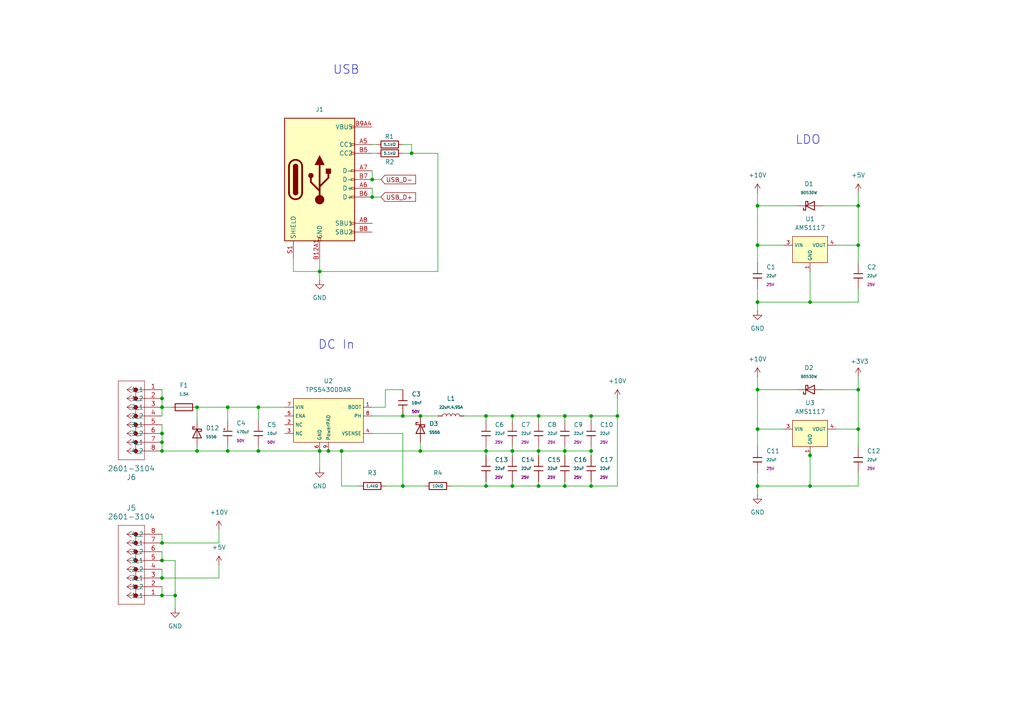
<source format=kicad_sch>
(kicad_sch (version 20231120) (generator "eeschema") (generator_version "8.0")
  (paper "A4")
  (lib_symbols
    (symbol "GND_1" (power) (pin_numbers hide) (pin_names (offset 0) hide)
      (property "Value" "GND" (at 0 -3.81 0))
      (symbol "GND_1_1_1"
        (pin power_in line (at 0 0 270) (length 0) (name "~") (number "1"))
      )
    )
    (symbol "JLCPCB-Capacitors:0805,10nF" (pin_numbers hide) (pin_names (offset 0))
      (property "Reference" "C" (at 2.032 1.668 0))
      (property "Value" "10nF" (at 2.032 -0.3782 0))
      (property "Voltage Rated" "50V" (at 2.032 -2.0462 0))
      (symbol "0805,10nF_1_1"
        (pin passive line (at 0 3.81 270) (length 3.175) (name "~") (number "1"))
        (pin passive line (at 0 -3.81 90) (length 3.175) (name "~") (number "2"))
      )
    )
    (symbol "JLCPCB-Capacitors:0805,10uF,(2)" (pin_numbers hide) (pin_names (offset 0))
      (property "Reference" "C" (at 2.032 1.668 0))
      (property "Value" "10uF" (at 2.032 -0.3782 0))
      (property "Voltage Rated" "50V" (at 2.032 -2.0462 0))
      (symbol "0805,10uF,(2)_1_1"
        (pin passive line (at 0 3.81 270) (length 3.175) (name "~") (number "1"))
        (pin passive line (at 0 -3.81 90) (length 3.175) (name "~") (number "2"))
      )
    )
    (symbol "JLCPCB-Capacitors:0805,22uF" (pin_numbers hide) (pin_names (offset 0))
      (property "Reference" "C" (at 2.032 1.668 0))
      (property "Value" "22uF" (at 2.032 -0.3782 0))
      (property "Voltage Rated" "25V" (at 2.032 -2.0462 0))
      (symbol "0805,22uF_1_1"
        (pin passive line (at 0 3.81 270) (length 3.175) (name "~") (number "1"))
        (pin passive line (at 0 -3.81 90) (length 3.175) (name "~") (number "2"))
      )
    )
    (symbol "JLCPCB-Capacitors:1206,22uF,(2)" (pin_numbers hide) (pin_names (offset 0))
      (property "Reference" "C" (at 2.032 1.668 0))
      (property "Value" "22uF" (at 2.032 -0.3782 0))
      (property "Voltage Rated" "25V" (at 2.032 -2.0462 0))
      (symbol "1206,22uF,(2)_1_1"
        (pin passive line (at 0 3.81 270) (length 3.175) (name "~") (number "1"))
        (pin passive line (at 0 -3.81 90) (length 3.175) (name "~") (number "2"))
      )
    )
    (symbol "JLCPCB-Capacitors:Plugin,D10xL16mm,470uF" (pin_numbers hide) (pin_names (offset 0))
      (property "Reference" "C" (at 2.032 1.668 0))
      (property "Value" "470uF" (at 2.032 -0.3782 0))
      (property "Voltage Rated" "50V" (at 2.032 -2.0462 0))
      (symbol "Plugin,D10xL16mm,470uF_1_1"
        (pin passive line (at 0 3.81 270) (length 3.175) (name "~") (number "1"))
        (pin passive line (at 0 -3.81 90) (length 3.175) (name "~") (number "2"))
      )
    )
    (symbol "JLCPCB-Diodes:Schottky,B0530W" (pin_numbers hide) (pin_names (offset 0))
      (property "Reference" "D" (at 2.032 0.834 0))
      (property "Value" "B0530W" (at 2.032 -1.2122 0))
      (symbol "Schottky,B0530W_1_1"
        (pin passive line (at 0 -3.81 90) (length 3.81) (name "~") (number "1"))
        (pin passive line (at 0 3.81 270) (length 3.81) (name "~") (number "2"))
      )
    )
    (symbol "JLCPCB-Diodes:Schottky,SS56" (pin_numbers hide) (pin_names (offset 0))
      (property "Reference" "D" (at 2.032 0.834 0))
      (property "Value" "SS56" (at 2.032 -1.2122 0))
      (symbol "Schottky,SS56_1_1"
        (pin passive line (at 0 -3.81 90) (length 3.81) (name "~") (number "1"))
        (pin passive line (at 0 3.81 270) (length 3.81) (name "~") (number "2"))
      )
    )
    (symbol "JLCPCB-Extended:Connector, USB-TYPE-C-16P"
      (property "Reference" "J" (at 2.54 2.54 0))
      (symbol "Connector, USB-TYPE-C-16P_1_1"
        (pin passive line (at 0 -22.86 90) (length 5.08) hide (name "GND") (number "A12B1"))
        (pin bidirectional line (at 15.24 10.16 180) (length 5.08) (name "CC1") (number "A5"))
        (pin bidirectional line (at 15.24 -2.54 180) (length 5.08) (name "D+") (number "A6"))
        (pin bidirectional line (at 15.24 2.54 180) (length 5.08) (name "D-") (number "A7"))
        (pin bidirectional line (at 15.24 -12.7 180) (length 5.08) (name "SBU1") (number "A8"))
        (pin passive line (at 15.24 15.24 180) (length 5.08) hide (name "VBUS") (number "A9B4"))
        (pin passive line (at 0 -22.86 90) (length 5.08) (name "GND") (number "B12A1"))
        (pin bidirectional line (at 15.24 7.62 180) (length 5.08) (name "CC2") (number "B5"))
        (pin bidirectional line (at 15.24 -5.08 180) (length 5.08) (name "D+") (number "B6"))
        (pin bidirectional line (at 15.24 0 180) (length 5.08) (name "D-") (number "B7"))
        (pin bidirectional line (at 15.24 -15.24 180) (length 5.08) (name "SBU2") (number "B8"))
        (pin passive line (at 15.24 15.24 180) (length 5.08) (name "VBUS") (number "B9A4"))
        (pin passive line (at -7.62 -22.86 90) (length 5.08) (name "SHIELD") (number "S1"))
      )
    )
    (symbol "JLCPCB-Inductors:22uH,4.95A" (pin_numbers hide) (pin_names (offset 0))
      (property "Reference" "L" (at 1.2673 0.834 0))
      (property "Value" "22uH,4.95A" (at 1.2673 -1.2122 0))
      (symbol "22uH,4.95A_1_1"
        (pin passive line (at 0 3.81 270) (length 1.27) (name "~") (number "1"))
        (pin passive line (at 0 -3.81 90) (length 1.27) (name "~") (number "2"))
      )
    )
    (symbol "JLCPCB-Power:DC-DC, Buck, 6-36VIN, 3A, 1.2+VOUT"
      (property "Reference" "U" (at -0.254 6.35 0))
      (property "Value" "TPS5430DDAR" (at 0.508 4.318 0))
      (symbol "DC-DC, Buck, 6-36VIN, 3A, 1.2+VOUT_1_1"
        (pin unspecified line (at 12.7 5.08 180) (length 2.56) (name "BOOT") (number "1"))
        (pin unspecified line (at -12.7 0 0) (length 2.56) (name "NC") (number "2"))
        (pin unspecified line (at -12.7 -2.54 0) (length 2.56) (name "NC") (number "3"))
        (pin unspecified line (at 12.7 -2.54 180) (length 2.56) (name "VSENSE") (number "4"))
        (pin unspecified line (at -12.7 2.54 0) (length 2.56) (name "ENA") (number "5"))
        (pin unspecified line (at -2.54 -7.62 90) (length 2.56) (name "GND") (number "6"))
        (pin unspecified line (at -12.7 5.08 0) (length 2.56) (name "VIN") (number "7"))
        (pin unspecified line (at 12.7 2.54 180) (length 2.56) (name "PH") (number "8"))
        (pin unspecified line (at 0 -7.62 90) (length 2.56) (name "PowerPAD") (number "9"))
      )
    )
    (symbol "JLCPCB-Power:LDO, 3.3V, 1A"
      (property "Reference" "U" (at -0.508 2.794 0))
      (property "Value" "AMS1117" (at -0.254 6.35 0))
      (symbol "LDO, 3.3V, 1A_0_1"
        (pin unspecified line (at 0 -5.08 90) (length 2.54) (name "GND") (number "1"))
        (pin unspecified line (at -7.62 2.54 0) (length 2.54) (name "VIN") (number "3"))
        (pin unspecified line (at 7.62 2.54 180) (length 2.54) (name "VOUT") (number "4"))
      )
      (symbol "LDO, 3.3V, 1A_1_1"
        (pin unspecified line (at 7.62 2.54 180) (length 2.54) hide (name "VOUT") (number "2"))
      )
    )
    (symbol "JLCPCB-Power:LDO, 5V, 1A"
      (property "Reference" "U" (at -0.508 3.048 0))
      (property "Value" "AMS1117" (at 0 6.35 0))
      (symbol "LDO, 5V, 1A_0_1"
        (pin unspecified line (at 0 -5.08 90) (length 2.54) (name "GND") (number "1"))
        (pin unspecified line (at -7.62 2.54 0) (length 2.54) (name "VIN") (number "3"))
        (pin unspecified line (at 7.62 2.54 180) (length 2.54) (name "VOUT") (number "4"))
      )
      (symbol "LDO, 5V, 1A_1_1"
        (pin unspecified line (at 7.62 2.54 180) (length 2.54) hide (name "VOUT") (number "2"))
      )
    )
    (symbol "JLCPCB-Resistors:0805,1.4kΩ" (pin_numbers hide) (pin_names (offset 0))
      (property "Reference" "R" (at 1.778 0 0))
      (property "Value" "1.4kΩ" (at 0 0 90))
      (symbol "0805,1.4kΩ_1_1"
        (pin passive line (at 0 3.81 270) (length 1.27) (name "~") (number "1"))
        (pin passive line (at 0 -3.81 90) (length 1.27) (name "~") (number "2"))
      )
    )
    (symbol "JLCPCB-Resistors:0805,10kΩ" (pin_numbers hide) (pin_names (offset 0))
      (property "Reference" "R" (at 1.778 0 0))
      (property "Value" "10kΩ" (at 0 0 90))
      (symbol "0805,10kΩ_1_1"
        (pin passive line (at 0 3.81 270) (length 1.27) (name "~") (number "1"))
        (pin passive line (at 0 -3.81 90) (length 1.27) (name "~") (number "2"))
      )
    )
    (symbol "JLCPCB-Resistors:0805,5.1kΩ" (pin_numbers hide) (pin_names (offset 0))
      (property "Reference" "R" (at 1.778 0 0))
      (property "Value" "5.1kΩ" (at 0 0 90))
      (symbol "0805,5.1kΩ_1_1"
        (pin passive line (at 0 3.81 270) (length 1.27) (name "~") (number "1"))
        (pin passive line (at 0 -3.81 90) (length 1.27) (name "~") (number "2"))
      )
    )
    (symbol "JLCPCB-Variable-Resistors:Fuse,Resettable,1.5A" (pin_numbers hide) (pin_names (offset 0))
      (property "Reference" "F" (at 1.778 0.834 0))
      (property "Value" "1.5A" (at 1.778 -1.2122 0))
      (symbol "Fuse,Resettable,1.5A_1_1"
        (pin passive line (at 0 3.81 270) (length 3.81) (name "~") (number "1"))
        (pin passive line (at 0 -3.81 90) (length 3.81) (name "~") (number "2"))
      )
    )
    (symbol "Wago 2601-3104:2601-3104" (pin_names (offset 0.254))
      (property "Reference" "J" (at 8.89 6.35 0))
      (property "Value" "2601-3104" (at 0 0 0))
      (symbol "2601-3104_1_1"
        (pin unspecified line (at 0 0 0) (length 5.08) (name "1_1") (number "1"))
        (pin unspecified line (at 0 -2.54 0) (length 5.08) (name "1_2") (number "2"))
        (pin unspecified line (at 0 -5.08 0) (length 5.08) (name "2_1") (number "3"))
        (pin unspecified line (at 0 -7.62 0) (length 5.08) (name "2_2") (number "4"))
        (pin unspecified line (at 0 -10.16 0) (length 5.08) (name "3_1") (number "5"))
        (pin unspecified line (at 0 -12.7 0) (length 5.08) (name "3_2") (number "6"))
        (pin unspecified line (at 0 -15.24 0) (length 5.08) (name "4_1") (number "7"))
        (pin unspecified line (at 0 -17.78 0) (length 5.08) (name "4_2") (number "8"))
      )
      (symbol "2601-3104_1_2"
        (pin unspecified line (at 0 0 0) (length 5.08) (name "1_1") (number "1"))
        (pin unspecified line (at 0 -2.54 0) (length 5.08) (name "1_2") (number "2"))
        (pin unspecified line (at 0 -5.08 0) (length 5.08) (name "2_1") (number "3"))
        (pin unspecified line (at 0 -7.62 0) (length 5.08) (name "2_2") (number "4"))
        (pin unspecified line (at 0 -10.16 0) (length 5.08) (name "3_1") (number "5"))
        (pin unspecified line (at 0 -12.7 0) (length 5.08) (name "3_2") (number "6"))
        (pin unspecified line (at 0 -15.24 0) (length 5.08) (name "4_1") (number "7"))
        (pin unspecified line (at 0 -17.78 0) (length 5.08) (name "4_2") (number "8"))
      )
    )
    (symbol "power:+10V" (power) (pin_numbers hide) (pin_names (offset 0) hide)
      (property "Value" "+10V" (at 0 3.556 0))
      (symbol "+10V_1_1"
        (pin power_in line (at 0 0 90) (length 0) (name "~") (number "1"))
      )
    )
    (symbol "power:+3V3" (power) (pin_names (offset 0))
      (property "Value" "+3V3" (at 0 3.556 0))
      (symbol "+3V3_1_1"
        (pin power_in line (at 0 0 90) (length 0) hide (name "+3V3") (number "1"))
      )
    )
    (symbol "power:+5V" (power) (pin_numbers hide) (pin_names (offset 0) hide)
      (property "Value" "+5V" (at 0 3.556 0))
      (symbol "+5V_1_1"
        (pin power_in line (at 0 0 90) (length 0) (name "~") (number "1"))
      )
    )
  )
  (junction (at 99.06 130.81))
  (junction (at 74.93 130.81))
  (junction (at 46.99 162.56))
  (junction (at 107.95 57.15))
  (junction (at 46.99 130.81))
  (junction (at 57.15 118.11))
  (junction (at 46.99 128.27))
  (junction (at 46.99 125.73))
  (junction (at 148.59 140.97))
  (junction (at 66.04 118.11))
  (junction (at 248.92 59.69))
  (junction (at 156.21 120.65))
  (junction (at 179.07 120.65))
  (junction (at 234.95 87.63))
  (junction (at 248.92 71.12))
  (junction (at 248.92 113.03))
  (junction (at 116.84 140.97))
  (junction (at 74.93 118.11))
  (junction (at 140.97 130.81))
  (junction (at 140.97 120.65))
  (junction (at 234.95 140.97))
  (junction (at 116.84 120.65))
  (junction (at 95.25 130.81))
  (junction (at 219.71 140.97))
  (junction (at 46.99 172.72))
  (junction (at 46.99 118.11))
  (junction (at 219.71 71.12))
  (junction (at 219.71 124.46))
  (junction (at 92.71 78.74))
  (junction (at 171.45 120.65))
  (junction (at 148.59 130.81))
  (junction (at 46.99 157.48))
  (junction (at 248.92 124.46))
  (junction (at 234.95 132.08))
  (junction (at 163.83 130.81))
  (junction (at 66.04 130.81))
  (junction (at 121.92 130.81))
  (junction (at 50.8 172.72))
  (junction (at 219.71 59.69))
  (junction (at 156.21 140.97))
  (junction (at 219.71 87.63))
  (junction (at 92.71 130.81))
  (junction (at 171.45 140.97))
  (junction (at 156.21 130.81))
  (junction (at 119.38 44.45))
  (junction (at 163.83 140.97))
  (junction (at 46.99 115.57))
  (junction (at 107.95 52.07))
  (junction (at 121.92 120.65))
  (junction (at 46.99 167.64))
  (junction (at 219.71 113.03))
  (junction (at 163.83 120.65))
  (junction (at 140.97 140.97))
  (junction (at 57.15 130.81))
  (junction (at 171.45 130.81))
  (junction (at 148.59 120.65))
  (wire (pts (xy 248.92 76.2) (xy 248.92 71.12)))
  (wire (pts (xy 171.45 121.92) (xy 171.45 120.65)))
  (wire (pts (xy 121.92 128.27) (xy 121.92 130.81)))
  (wire (pts (xy 107.95 120.65) (xy 116.84 120.65)))
  (wire (pts (xy 119.38 41.91) (xy 119.38 44.45)))
  (wire (pts (xy 234.95 78.74) (xy 234.95 87.63)))
  (wire (pts (xy 121.92 120.65) (xy 116.84 120.65)))
  (wire (pts (xy 248.92 124.46) (xy 248.92 113.03)))
  (wire (pts (xy 107.95 125.73) (xy 116.84 125.73)))
  (wire (pts (xy 234.95 87.63) (xy 248.92 87.63)))
  (wire (pts (xy 156.21 130.81) (xy 156.21 132.08)))
  (wire (pts (xy 107.95 44.45) (xy 109.22 44.45)))
  (wire (pts (xy 140.97 130.81) (xy 148.59 130.81)))
  (wire (pts (xy 163.83 121.92) (xy 163.83 120.65)))
  (wire (pts (xy 219.71 55.88) (xy 219.71 59.69)))
  (wire (pts (xy 140.97 130.81) (xy 140.97 132.08)))
  (wire (pts (xy 63.5 153.67) (xy 63.5 157.48)))
  (wire (pts (xy 248.92 87.63) (xy 248.92 83.82)))
  (wire (pts (xy 57.15 118.11) (xy 66.04 118.11)))
  (wire (pts (xy 74.93 130.81) (xy 92.71 130.81)))
  (wire (pts (xy 163.83 140.97) (xy 171.45 140.97)))
  (wire (pts (xy 46.99 172.72) (xy 50.8 172.72)))
  (wire (pts (xy 171.45 130.81) (xy 171.45 129.54)))
  (wire (pts (xy 156.21 140.97) (xy 156.21 139.7)))
  (wire (pts (xy 85.09 78.74) (xy 92.71 78.74)))
  (wire (pts (xy 57.15 130.81) (xy 66.04 130.81)))
  (wire (pts (xy 95.25 130.81) (xy 99.06 130.81)))
  (wire (pts (xy 248.92 55.88) (xy 248.92 59.69)))
  (wire (pts (xy 107.95 41.91) (xy 109.22 41.91)))
  (wire (pts (xy 234.95 132.08) (xy 234.95 140.97)))
  (wire (pts (xy 121.92 130.81) (xy 140.97 130.81)))
  (wire (pts (xy 46.99 160.02) (xy 46.99 162.56)))
  (wire (pts (xy 46.99 157.48) (xy 63.5 157.48)))
  (wire (pts (xy 248.92 59.69) (xy 248.92 71.12)))
  (wire (pts (xy 46.99 128.27) (xy 46.99 130.81)))
  (wire (pts (xy 219.71 87.63) (xy 219.71 90.17)))
  (wire (pts (xy 116.84 125.73) (xy 116.84 140.97)))
  (wire (pts (xy 92.71 74.93) (xy 92.71 78.74)))
  (wire (pts (xy 111.76 140.97) (xy 116.84 140.97)))
  (wire (pts (xy 148.59 120.65) (xy 156.21 120.65)))
  (wire (pts (xy 179.07 115.57) (xy 179.07 120.65)))
  (wire (pts (xy 85.09 74.93) (xy 85.09 78.74)))
  (wire (pts (xy 74.93 118.11) (xy 74.93 121.92)))
  (wire (pts (xy 107.95 52.07) (xy 110.49 52.07)))
  (wire (pts (xy 219.71 113.03) (xy 219.71 124.46)))
  (wire (pts (xy 248.92 71.12) (xy 242.57 71.12)))
  (wire (pts (xy 127 44.45) (xy 119.38 44.45)))
  (wire (pts (xy 46.99 162.56) (xy 50.8 162.56)))
  (wire (pts (xy 148.59 130.81) (xy 148.59 129.54)))
  (wire (pts (xy 92.71 130.81) (xy 92.71 135.89)))
  (wire (pts (xy 111.76 113.03) (xy 111.76 118.11)))
  (wire (pts (xy 140.97 121.92) (xy 140.97 120.65)))
  (wire (pts (xy 74.93 118.11) (xy 66.04 118.11)))
  (wire (pts (xy 148.59 140.97) (xy 156.21 140.97)))
  (wire (pts (xy 148.59 130.81) (xy 156.21 130.81)))
  (wire (pts (xy 179.07 120.65) (xy 179.07 140.97)))
  (wire (pts (xy 50.8 162.56) (xy 50.8 172.72)))
  (wire (pts (xy 46.99 115.57) (xy 46.99 118.11)))
  (wire (pts (xy 46.99 170.18) (xy 46.99 172.72)))
  (wire (pts (xy 99.06 140.97) (xy 99.06 130.81)))
  (wire (pts (xy 227.33 124.46) (xy 219.71 124.46)))
  (wire (pts (xy 107.95 57.15) (xy 110.49 57.15)))
  (wire (pts (xy 219.71 71.12) (xy 219.71 76.2)))
  (wire (pts (xy 46.99 113.03) (xy 46.99 115.57)))
  (wire (pts (xy 74.93 129.54) (xy 74.93 130.81)))
  (wire (pts (xy 219.71 129.54) (xy 219.71 124.46)))
  (wire (pts (xy 248.92 140.97) (xy 248.92 137.16)))
  (wire (pts (xy 238.76 113.03) (xy 248.92 113.03)))
  (wire (pts (xy 116.84 140.97) (xy 123.19 140.97)))
  (wire (pts (xy 219.71 140.97) (xy 234.95 140.97)))
  (wire (pts (xy 119.38 41.91) (xy 116.84 41.91)))
  (wire (pts (xy 46.99 123.19) (xy 46.99 125.73)))
  (wire (pts (xy 248.92 124.46) (xy 248.92 129.54)))
  (wire (pts (xy 134.62 120.65) (xy 140.97 120.65)))
  (wire (pts (xy 104.14 140.97) (xy 99.06 140.97)))
  (wire (pts (xy 156.21 121.92) (xy 156.21 120.65)))
  (wire (pts (xy 163.83 140.97) (xy 163.83 139.7)))
  (wire (pts (xy 92.71 78.74) (xy 127 78.74)))
  (wire (pts (xy 107.95 54.61) (xy 107.95 57.15)))
  (wire (pts (xy 156.21 130.81) (xy 163.83 130.81)))
  (wire (pts (xy 130.81 140.97) (xy 140.97 140.97)))
  (wire (pts (xy 57.15 129.54) (xy 57.15 130.81)))
  (wire (pts (xy 238.76 59.69) (xy 248.92 59.69)))
  (wire (pts (xy 140.97 120.65) (xy 148.59 120.65)))
  (wire (pts (xy 46.99 125.73) (xy 46.99 128.27)))
  (wire (pts (xy 219.71 140.97) (xy 219.71 143.51)))
  (wire (pts (xy 46.99 130.81) (xy 57.15 130.81)))
  (wire (pts (xy 179.07 140.97) (xy 171.45 140.97)))
  (wire (pts (xy 116.84 44.45) (xy 119.38 44.45)))
  (wire (pts (xy 234.95 130.81) (xy 234.95 132.08)))
  (wire (pts (xy 66.04 130.81) (xy 74.93 130.81)))
  (wire (pts (xy 66.04 129.54) (xy 66.04 130.81)))
  (wire (pts (xy 219.71 71.12) (xy 227.33 71.12)))
  (wire (pts (xy 46.99 167.64) (xy 63.5 167.64)))
  (wire (pts (xy 92.71 78.74) (xy 92.71 81.28)))
  (wire (pts (xy 127 78.74) (xy 127 44.45)))
  (wire (pts (xy 219.71 59.69) (xy 231.14 59.69)))
  (wire (pts (xy 171.45 120.65) (xy 163.83 120.65)))
  (wire (pts (xy 140.97 140.97) (xy 148.59 140.97)))
  (wire (pts (xy 57.15 118.11) (xy 57.15 121.92)))
  (wire (pts (xy 234.95 140.97) (xy 248.92 140.97)))
  (wire (pts (xy 219.71 109.22) (xy 219.71 113.03)))
  (wire (pts (xy 156.21 140.97) (xy 163.83 140.97)))
  (wire (pts (xy 46.99 165.1) (xy 46.99 167.64)))
  (wire (pts (xy 140.97 130.81) (xy 140.97 129.54)))
  (wire (pts (xy 46.99 118.11) (xy 49.53 118.11)))
  (wire (pts (xy 63.5 163.83) (xy 63.5 167.64)))
  (wire (pts (xy 46.99 118.11) (xy 46.99 120.65)))
  (wire (pts (xy 219.71 59.69) (xy 219.71 71.12)))
  (wire (pts (xy 148.59 121.92) (xy 148.59 120.65)))
  (wire (pts (xy 171.45 130.81) (xy 171.45 132.08)))
  (wire (pts (xy 148.59 130.81) (xy 148.59 132.08)))
  (wire (pts (xy 107.95 49.53) (xy 107.95 52.07)))
  (wire (pts (xy 219.71 87.63) (xy 234.95 87.63)))
  (wire (pts (xy 121.92 120.65) (xy 127 120.65)))
  (wire (pts (xy 92.71 130.81) (xy 95.25 130.81)))
  (wire (pts (xy 46.99 154.94) (xy 46.99 157.48)))
  (wire (pts (xy 156.21 120.65) (xy 163.83 120.65)))
  (wire (pts (xy 156.21 130.81) (xy 156.21 129.54)))
  (wire (pts (xy 171.45 140.97) (xy 171.45 139.7)))
  (wire (pts (xy 99.06 130.81) (xy 121.92 130.81)))
  (wire (pts (xy 242.57 124.46) (xy 248.92 124.46)))
  (wire (pts (xy 163.83 130.81) (xy 163.83 129.54)))
  (wire (pts (xy 219.71 137.16) (xy 219.71 140.97)))
  (wire (pts (xy 248.92 113.03) (xy 248.92 109.22)))
  (wire (pts (xy 50.8 172.72) (xy 50.8 176.53)))
  (wire (pts (xy 111.76 118.11) (xy 107.95 118.11)))
  (wire (pts (xy 179.07 120.65) (xy 171.45 120.65)))
  (wire (pts (xy 148.59 140.97) (xy 148.59 139.7)))
  (wire (pts (xy 219.71 113.03) (xy 231.14 113.03)))
  (wire (pts (xy 219.71 87.63) (xy 219.71 83.82)))
  (wire (pts (xy 163.83 130.81) (xy 171.45 130.81)))
  (wire (pts (xy 82.55 118.11) (xy 74.93 118.11)))
  (wire (pts (xy 163.83 130.81) (xy 163.83 132.08)))
  (wire (pts (xy 66.04 118.11) (xy 66.04 121.92)))
  (wire (pts (xy 140.97 140.97) (xy 140.97 139.7)))
  (wire (pts (xy 116.84 113.03) (xy 111.76 113.03)))
  (text "LDO" (at 230.632 42.164 0) (effects (font (size 2.54 2.54)) (justify left bottom)))
  (text "USB" (at 96.52 21.844 0) (effects (font (size 2.54 2.54)) (justify left bottom)))
  (text "DC In" (at 92.202 101.6 0) (effects (font (size 2.54 2.54)) (justify left bottom)))
  (global_label "USB_D+" (shape input) (at 110.49 57.15 0) (property "Intersheetrefs" "${INTERSHEET_REFS}" (effects (hide yes))))
  (global_label "USB_D-" (shape input) (at 110.49 52.07 0) (property "Intersheetrefs" "${INTERSHEET_REFS}" (effects (hide yes))))
  (symbol (lib_name "GND_1") (lib_id "power:GND") (at 92.71 135.89 0) (unit 1)
    (property "Reference" "#PWR09" (effects (hide yes)))
    (property "Value" "GND" (at 92.71 140.97 0))
    (property "Description" "Power symbol creates a global label with name \"GND\" , ground" (effects (hide yes)))
  )
  (symbol (lib_id "Wago 2601-3104:2601-3104") (at 46.99 172.72 180) (unit 1)
    (property "Reference" "J5" (at 38.1 147.32 0) (effects (font (size 1.524 1.524))))
    (property "Value" "2601-3104" (at 38.1 149.86 0) (effects (font (size 1.524 1.524))))
    (property "Footprint" "CONN4_2601-3104_WAG" (effects (hide yes)))
    (property "Datasheet" "2601-3104" (effects (hide yes)))
  )
  (symbol (lib_id "JLCPCB-Capacitors:1206,22uF,(2)") (at 148.59 135.89 0) (unit 1)
    (property "Reference" "C14" (at 151.13 133.3499 0) (effects (justify left)))
    (property "Value" "22uF" (at 151.13 135.89 0) (effects (font (size 0.8 0.8)) (justify left)))
    (property "Footprint" "JLCPCB-Kicad-Footprints:C_1206" (effects (hide yes)))
    (property "Datasheet" "https://www.lcsc.com/datasheet/lcsc_datasheet_2304140030_Samsung-Electro-Mechanics-CL31A226KAHNNNE_C12891.pdf" (effects (hide yes)))
    (property "Description" "25V 22uF X5R ±10% 1206 Multilayer Ceramic Capacitors MLCC - SMD/SMT ROHS" (effects (hide yes)))
    (property "LCSC" "C12891" (effects (hide yes)))
    (property "Stock" "2133001" (effects (hide yes)))
    (property "Price" "0.044USD" (effects (hide yes)))
    (property "Process" "SMT" (effects (hide yes)))
    (property "Minimum Qty" "5" (effects (hide yes)))
    (property "Attrition Qty" "4" (effects (hide yes)))
    (property "Class" "Basic Component" (effects (hide yes)))
    (property "Category" "Capacitors,Multilayer Ceramic Capacitors MLCC - SMD/SMT" (effects (hide yes)))
    (property "Manufacturer" "Samsung Electro-Mechanics" (effects (hide yes)))
    (property "Part" "CL31A226KAHNNNE" (effects (hide yes)))
    (property "Voltage Rated" "25V" (at 151.13 138.43 0) (effects (font (size 0.8 0.8)) (justify left)))
    (property "Tolerance" "±10%" (effects (hide yes)))
    (property "Capacitance" "22uF" (effects (hide yes)))
    (property "Temperature Coefficient" "X5R" (effects (hide yes)))
  )
  (symbol (lib_id "JLCPCB-Capacitors:1206,22uF,(2)") (at 140.97 125.73 0) (unit 1)
    (property "Reference" "C6" (at 143.51 123.1899 0) (effects (justify left)))
    (property "Value" "22uF" (at 143.51 125.73 0) (effects (font (size 0.8 0.8)) (justify left)))
    (property "Footprint" "JLCPCB-Kicad-Footprints:C_1206" (effects (hide yes)))
    (property "Datasheet" "https://www.lcsc.com/datasheet/lcsc_datasheet_2304140030_Samsung-Electro-Mechanics-CL31A226KAHNNNE_C12891.pdf" (effects (hide yes)))
    (property "Description" "25V 22uF X5R ±10% 1206 Multilayer Ceramic Capacitors MLCC - SMD/SMT ROHS" (effects (hide yes)))
    (property "LCSC" "C12891" (effects (hide yes)))
    (property "Stock" "2133001" (effects (hide yes)))
    (property "Price" "0.044USD" (effects (hide yes)))
    (property "Process" "SMT" (effects (hide yes)))
    (property "Minimum Qty" "5" (effects (hide yes)))
    (property "Attrition Qty" "4" (effects (hide yes)))
    (property "Class" "Basic Component" (effects (hide yes)))
    (property "Category" "Capacitors,Multilayer Ceramic Capacitors MLCC - SMD/SMT" (effects (hide yes)))
    (property "Manufacturer" "Samsung Electro-Mechanics" (effects (hide yes)))
    (property "Part" "CL31A226KAHNNNE" (effects (hide yes)))
    (property "Voltage Rated" "25V" (at 143.51 128.27 0) (effects (font (size 0.8 0.8)) (justify left)))
    (property "Tolerance" "±10%" (effects (hide yes)))
    (property "Capacitance" "22uF" (effects (hide yes)))
    (property "Temperature Coefficient" "X5R" (effects (hide yes)))
  )
  (symbol (lib_id "JLCPCB-Diodes:Schottky,SS56") (at 57.15 125.73 180) (unit 1)
    (property "Reference" "D12" (at 59.69 124.1424 0) (effects (justify right)))
    (property "Value" "SS56" (at 59.69 126.6825 0) (effects (font (size 0.8 0.8)) (justify right)))
    (property "Footprint" "JLCPCB-Kicad-Footprints:D_SMC" (effects (hide yes)))
    (property "Datasheet" "https://wmsc.lcsc.com/wmsc/upload/file/pdf/v2/lcsc/2110191430_YFW-SS56_C2898934.pdf" (effects (hide yes)))
    (property "Description" "60V Independent Type 700mV@5A 5A SMC Schottky Diodes ROHS" (effects (hide yes)))
    (property "LCSC" "C2898934" (effects (hide yes)))
    (property "Stock" "3896" (effects (hide yes)))
    (property "Price" "0.081USD" (effects (hide yes)))
    (property "Process" "SMT" (effects (hide yes)))
    (property "Minimum Qty" "2" (effects (hide yes)))
    (property "Attrition Qty" "0" (effects (hide yes)))
    (property "Class" "Preferred Component" (effects (hide yes)))
    (property "Category" "Diodes,Schottky Barrier Diodes (SBD)" (effects (hide yes)))
    (property "Manufacturer" "YFW" (effects (hide yes)))
    (property "Part" "SS56" (effects (hide yes)))
  )
  (symbol (lib_id "JLCPCB-Diodes:Schottky,B0530W") (at 234.95 59.69 270) (unit 1)
    (property "Reference" "D1" (at 234.6325 53.34 90))
    (property "Value" "B0530W" (at 234.6325 55.88 90) (effects (font (size 0.8 0.8))))
    (property "Footprint" "JLCPCB-Kicad-Footprints:D_SOD-123" (effects (hide yes)))
    (property "Datasheet" "https://wmsc.lcsc.com/wmsc/upload/file/pdf/v2/lcsc/2401290450_hongjiacheng-B0530W_C7502708.pdf" (effects (hide yes)))
    (property "Description" "30V Independent Type 500mA 430mV@500mA SOD-123 Schottky Diodes ROHS" (effects (hide yes)))
    (property "LCSC" "C7502708" (effects (hide yes)))
    (property "Stock" "19067" (effects (hide yes)))
    (property "Price" "0.018USD" (effects (hide yes)))
    (property "Process" "SMT" (effects (hide yes)))
    (property "Minimum Qty" "15" (effects (hide yes)))
    (property "Attrition Qty" "4" (effects (hide yes)))
    (property "Class" "Preferred Component" (effects (hide yes)))
    (property "Category" "Diodes,Schottky Barrier Diodes (SBD)" (effects (hide yes)))
    (property "Manufacturer" "hongjiacheng" (effects (hide yes)))
    (property "Part" "B0530W" (effects (hide yes)))
  )
  (symbol (lib_id "JLCPCB-Power:LDO, 3.3V, 1A") (at 234.95 127 0) (unit 1)
    (property "Reference" "U3" (at 234.95 116.84 0))
    (property "Value" "AMS1117" (at 234.95 119.38 0))
    (property "Footprint" "JLCPCB-Kicad-Footprints:SOT-223-3_L6.5-W3.4-P2.30-LS7.0-BR" (effects (hide yes)))
    (property "Datasheet" "https://www.lcsc.com/datasheet/lcsc_datasheet_2304140030_Advanced-Monolithic-Systems-AMS1117-3-3_C6186.pdf" (effects (hide yes)))
    (property "Description" "72dB@(120Hz) 1A Fixed 3.3V Positive electrode SOT-223 Voltage Regulators - Linear, Low Drop Out (LDO) Regulators ROHS" (effects (hide yes)))
    (property "LCSC" "C6186" (effects (hide yes)))
    (property "Stock" "652267" (effects (hide yes)))
    (property "Price" "0.133USD" (effects (hide yes)))
    (property "Process" "SMT" (effects (hide yes)))
    (property "Minimum Qty" "5" (effects (hide yes)))
    (property "Attrition Qty" "2" (effects (hide yes)))
    (property "Class" "Basic Component" (effects (hide yes)))
    (property "Category" "Power Management ICs,Linear Voltage Regulators (LDO)" (effects (hide yes)))
    (property "Manufacturer" "Advanced Monolithic Systems" (effects (hide yes)))
    (property "Part" "AMS1117-3.3" (effects (hide yes)))
    (property "Number Of Outputs" "1" (effects (hide yes)))
    (property "Output Voltage" "3.3V~3.3V" (effects (hide yes)))
    (property "Dropout Voltage" "1.3V@(800mA)" (effects (hide yes)))
    (property "Output Current" "1A" (effects (hide yes)))
    (property "Output Type" "Fixed" (effects (hide yes)))
    (property "Output Polarity" "Positive" (effects (hide yes)))
    (property "Power Supply Rejection Ratio (Psrr)" "72dB@(120Hz)" (effects (hide yes)))
  )
  (symbol (lib_id "JLCPCB-Resistors:0805,5.1kΩ") (at 113.03 44.45 90) (unit 1)
    (property "Reference" "R2" (at 113.03 46.99 90))
    (property "Value" "5.1kΩ" (at 113.03 44.45 90) (effects (font (size 0.8 0.8))))
    (property "Footprint" "JLCPCB-Kicad-Footprints:R_0805" (effects (hide yes)))
    (property "Datasheet" "https://www.lcsc.com/datasheet/lcsc_datasheet_2206010030_UNI-ROYAL-Uniroyal-Elec-0805W8F5101T5E_C27834.pdf" (effects (hide yes)))
    (property "Description" "125mW Thick Film Resistors 150V ±100ppm/°C ±1% 5.1kΩ 0805 Chip Resistor - Surface Mount ROHS" (effects (hide yes)))
    (property "LCSC" "C27834" (effects (hide yes)))
    (property "Stock" "2798727" (effects (hide yes)))
    (property "Price" "0.005USD" (effects (hide yes)))
    (property "Process" "SMT" (effects (hide yes)))
    (property "Minimum Qty" "20" (effects (hide yes)))
    (property "Attrition Qty" "10" (effects (hide yes)))
    (property "Class" "Basic Component" (effects (hide yes)))
    (property "Category" "Resistors,Chip Resistor - Surface Mount" (effects (hide yes)))
    (property "Manufacturer" "UNI-ROYAL(Uniroyal Elec)" (effects (hide yes)))
    (property "Part" "0805W8F5101T5E" (effects (hide yes)))
    (property "Resistance" "5.1kΩ" (effects (hide yes)))
    (property "Power(Watts)" "125mW" (effects (hide yes)))
    (property "Type" "Thick Film Resistors" (effects (hide yes)))
    (property "Overload Voltage (Max)" "150V" (effects (hide yes)))
    (property "Operating Temperature Range" "-55°C~+155°C" (effects (hide yes)))
    (property "Tolerance" "±1%" (effects (hide yes)))
    (property "Temperature Coefficient" "±100ppm/°C" (effects (hide yes)))
  )
  (symbol (lib_id "JLCPCB-Diodes:Schottky,B0530W") (at 234.95 113.03 270) (unit 1)
    (property "Reference" "D2" (at 234.6325 106.68 90))
    (property "Value" "B0530W" (at 234.6325 109.22 90) (effects (font (size 0.8 0.8))))
    (property "Footprint" "JLCPCB-Kicad-Footprints:D_SOD-123" (effects (hide yes)))
    (property "Datasheet" "https://wmsc.lcsc.com/wmsc/upload/file/pdf/v2/lcsc/2401290450_hongjiacheng-B0530W_C7502708.pdf" (effects (hide yes)))
    (property "Description" "30V Independent Type 500mA 430mV@500mA SOD-123 Schottky Diodes ROHS" (effects (hide yes)))
    (property "LCSC" "C7502708" (effects (hide yes)))
    (property "Stock" "19067" (effects (hide yes)))
    (property "Price" "0.018USD" (effects (hide yes)))
    (property "Process" "SMT" (effects (hide yes)))
    (property "Minimum Qty" "15" (effects (hide yes)))
    (property "Attrition Qty" "4" (effects (hide yes)))
    (property "Class" "Preferred Component" (effects (hide yes)))
    (property "Category" "Diodes,Schottky Barrier Diodes (SBD)" (effects (hide yes)))
    (property "Manufacturer" "hongjiacheng" (effects (hide yes)))
    (property "Part" "B0530W" (effects (hide yes)))
  )
  (symbol (lib_id "JLCPCB-Extended:Connector, USB-TYPE-C-16P") (at 92.71 52.07 0) (unit 1)
    (property "Reference" "J1" (at 92.71 31.75 0))
    (property "Value" "Connector, USB-TYPE-C-16P" (effects (hide yes)))
    (property "Footprint" "JLCPCB-Kicad-Footprints:TYPE-C-SMD_HX-TYPE-C-16PIN" (effects (hide yes)))
    (property "Datasheet" "https://atta.szlcsc.com/upload/public/pdf/source/20220920/0EF8F885FCCEA71F60E9E85152155021.pdf" (effects (hide yes)))
    (property "Description" "3A 1 Horizontal attachment 16P Female -25℃~+85℃ Type-C SMD USB Connectors ROHS" (effects (hide yes)))
    (property "LCSC" "C2927039" (effects (hide yes)))
  )
  (symbol (lib_id "JLCPCB-Resistors:0805,10kΩ") (at 127 140.97 90) (unit 1)
    (property "Reference" "R4" (at 127 137.16 90))
    (property "Value" "10kΩ" (at 127 140.97 90) (effects (font (size 0.8 0.8))))
    (property "Footprint" "JLCPCB-Kicad-Footprints:R_0805" (effects (hide yes)))
    (property "Datasheet" "https://www.lcsc.com/datasheet/lcsc_datasheet_2206010216_UNI-ROYAL-Uniroyal-Elec-0805W8F1002T5E_C17414.pdf" (effects (hide yes)))
    (property "Description" "125mW Thick Film Resistors 150V ±100ppm/°C ±1% 10kΩ 0805 Chip Resistor - Surface Mount ROHS" (effects (hide yes)))
    (property "LCSC" "C17414" (effects (hide yes)))
    (property "Stock" "16724111" (effects (hide yes)))
    (property "Price" "0.005USD" (effects (hide yes)))
    (property "Process" "SMT" (effects (hide yes)))
    (property "Minimum Qty" "20" (effects (hide yes)))
    (property "Attrition Qty" "10" (effects (hide yes)))
    (property "Class" "Basic Component" (effects (hide yes)))
    (property "Category" "Resistors,Chip Resistor - Surface Mount" (effects (hide yes)))
    (property "Manufacturer" "UNI-ROYAL(Uniroyal Elec)" (effects (hide yes)))
    (property "Part" "0805W8F1002T5E" (effects (hide yes)))
    (property "Resistance" "10kΩ" (effects (hide yes)))
    (property "Power(Watts)" "125mW" (effects (hide yes)))
    (property "Type" "Thick Film Resistors" (effects (hide yes)))
    (property "Overload Voltage (Max)" "150V" (effects (hide yes)))
    (property "Operating Temperature Range" "-55°C~+155°C" (effects (hide yes)))
    (property "Tolerance" "±1%" (effects (hide yes)))
    (property "Temperature Coefficient" "±100ppm/°C" (effects (hide yes)))
  )
  (symbol (lib_id "JLCPCB-Resistors:0805,5.1kΩ") (at 113.03 41.91 90) (unit 1)
    (property "Reference" "R1" (at 114.3 39.624 90) (effects (justify left)))
    (property "Value" "5.1kΩ" (at 113.03 41.91 90) (effects (font (size 0.8 0.8))))
    (property "Footprint" "JLCPCB-Kicad-Footprints:R_0805" (effects (hide yes)))
    (property "Datasheet" "https://www.lcsc.com/datasheet/lcsc_datasheet_2206010030_UNI-ROYAL-Uniroyal-Elec-0805W8F5101T5E_C27834.pdf" (effects (hide yes)))
    (property "Description" "125mW Thick Film Resistors 150V ±100ppm/°C ±1% 5.1kΩ 0805 Chip Resistor - Surface Mount ROHS" (effects (hide yes)))
    (property "LCSC" "C27834" (effects (hide yes)))
    (property "Stock" "2798727" (effects (hide yes)))
    (property "Price" "0.005USD" (effects (hide yes)))
    (property "Process" "SMT" (effects (hide yes)))
    (property "Minimum Qty" "20" (effects (hide yes)))
    (property "Attrition Qty" "10" (effects (hide yes)))
    (property "Class" "Basic Component" (effects (hide yes)))
    (property "Category" "Resistors,Chip Resistor - Surface Mount" (effects (hide yes)))
    (property "Manufacturer" "UNI-ROYAL(Uniroyal Elec)" (effects (hide yes)))
    (property "Part" "0805W8F5101T5E" (effects (hide yes)))
    (property "Resistance" "5.1kΩ" (effects (hide yes)))
    (property "Power(Watts)" "125mW" (effects (hide yes)))
    (property "Type" "Thick Film Resistors" (effects (hide yes)))
    (property "Overload Voltage (Max)" "150V" (effects (hide yes)))
    (property "Operating Temperature Range" "-55°C~+155°C" (effects (hide yes)))
    (property "Tolerance" "±1%" (effects (hide yes)))
    (property "Temperature Coefficient" "±100ppm/°C" (effects (hide yes)))
  )
  (symbol (lib_id "JLCPCB-Capacitors:0805,10nF") (at 116.84 116.84 0) (unit 1)
    (property "Reference" "C3" (at 119.38 114.2999 0) (effects (justify left)))
    (property "Value" "10nF" (at 119.38 116.84 0) (effects (font (size 0.8 0.8)) (justify left)))
    (property "Footprint" "JLCPCB-Kicad-Footprints:C_0805" (effects (hide yes)))
    (property "Datasheet" "https://www.lcsc.com/datasheet/lcsc_datasheet_2304140030_Samsung-Electro-Mechanics-CL21B103KBANNNC_C1710.pdf" (effects (hide yes)))
    (property "Description" "50V 10nF X7R ±10% 0805 Multilayer Ceramic Capacitors MLCC - SMD/SMT ROHS" (effects (hide yes)))
    (property "LCSC" "C1710" (effects (hide yes)))
    (property "Stock" "1354211" (effects (hide yes)))
    (property "Price" "0.009USD" (effects (hide yes)))
    (property "Process" "SMT" (effects (hide yes)))
    (property "Minimum Qty" "20" (effects (hide yes)))
    (property "Attrition Qty" "10" (effects (hide yes)))
    (property "Class" "Basic Component" (effects (hide yes)))
    (property "Category" "Capacitors,Multilayer Ceramic Capacitors MLCC - SMD/SMT" (effects (hide yes)))
    (property "Manufacturer" "Samsung Electro-Mechanics" (effects (hide yes)))
    (property "Part" "CL21B103KBANNNC" (effects (hide yes)))
    (property "Voltage Rated" "50V" (at 119.38 119.38 0) (effects (font (size 0.8 0.8)) (justify left)))
    (property "Tolerance" "±10%" (effects (hide yes)))
    (property "Capacitance" "10nF" (effects (hide yes)))
    (property "Temperature Coefficient" "X7R" (effects (hide yes)))
  )
  (symbol (lib_id "power:+10V") (at 179.07 115.57 0) (unit 1)
    (property "Reference" "#PWR06" (effects (hide yes)))
    (property "Value" "+10V" (at 179.07 110.49 0))
    (property "Description" "Power symbol creates a global label with name \"+10V\"" (effects (hide yes)))
  )
  (symbol (lib_id "JLCPCB-Capacitors:1206,22uF,(2)") (at 140.97 135.89 0) (unit 1)
    (property "Reference" "C13" (at 143.51 133.3499 0) (effects (justify left)))
    (property "Value" "22uF" (at 143.51 135.89 0) (effects (font (size 0.8 0.8)) (justify left)))
    (property "Footprint" "JLCPCB-Kicad-Footprints:C_1206" (effects (hide yes)))
    (property "Datasheet" "https://www.lcsc.com/datasheet/lcsc_datasheet_2304140030_Samsung-Electro-Mechanics-CL31A226KAHNNNE_C12891.pdf" (effects (hide yes)))
    (property "Description" "25V 22uF X5R ±10% 1206 Multilayer Ceramic Capacitors MLCC - SMD/SMT ROHS" (effects (hide yes)))
    (property "LCSC" "C12891" (effects (hide yes)))
    (property "Stock" "2133001" (effects (hide yes)))
    (property "Price" "0.044USD" (effects (hide yes)))
    (property "Process" "SMT" (effects (hide yes)))
    (property "Minimum Qty" "5" (effects (hide yes)))
    (property "Attrition Qty" "4" (effects (hide yes)))
    (property "Class" "Basic Component" (effects (hide yes)))
    (property "Category" "Capacitors,Multilayer Ceramic Capacitors MLCC - SMD/SMT" (effects (hide yes)))
    (property "Manufacturer" "Samsung Electro-Mechanics" (effects (hide yes)))
    (property "Part" "CL31A226KAHNNNE" (effects (hide yes)))
    (property "Voltage Rated" "25V" (at 143.51 138.43 0) (effects (font (size 0.8 0.8)) (justify left)))
    (property "Tolerance" "±10%" (effects (hide yes)))
    (property "Capacitance" "22uF" (effects (hide yes)))
    (property "Temperature Coefficient" "X5R" (effects (hide yes)))
  )
  (symbol (lib_id "JLCPCB-Variable-Resistors:Fuse,Resettable,1.5A") (at 53.34 118.11 90) (unit 1)
    (property "Reference" "F1" (at 53.34 111.76 90))
    (property "Value" "1.5A" (at 53.34 114.3 90) (effects (font (size 0.8 0.8))))
    (property "Footprint" "JLCPCB-Kicad-Footprints:F_1206" (effects (hide yes)))
    (property "Datasheet" "https://wmsc.lcsc.com/wmsc/upload/file/pdf/v2/lcsc/2202132100_prosemi-SRF1206P150_C2838983.pdf" (effects (hide yes)))
    (property "Description" "6V 1.5A 100A 3A 1206 Resettable Fuses ROHS" (effects (hide yes)))
    (property "LCSC" "C2838983" (effects (hide yes)))
    (property "Stock" "412" (effects (hide yes)))
    (property "Price" "0.064USD" (effects (hide yes)))
    (property "Process" "SMT" (effects (hide yes)))
    (property "Minimum Qty" "5" (effects (hide yes)))
    (property "Attrition Qty" "2" (effects (hide yes)))
    (property "Class" "Preferred Component" (effects (hide yes)))
    (property "Category" "TVS/Fuse/Board Level Protection,Resettable Fuses" (effects (hide yes)))
    (property "Manufacturer" "prosemi" (effects (hide yes)))
    (property "Part" "SRF1206P150" (effects (hide yes)))
  )
  (symbol (lib_id "JLCPCB-Resistors:0805,1.4kΩ") (at 107.95 140.97 90) (unit 1)
    (property "Reference" "R3" (at 107.95 137.16 90))
    (property "Value" "1.4kΩ" (at 107.95 140.97 90) (effects (font (size 0.8 0.8))))
    (property "Footprint" "JLCPCB-Kicad-Footprints:R_0805" (effects (hide yes)))
    (property "Datasheet" "https://wmsc.lcsc.com/wmsc/upload/file/pdf/v2/lcsc/2304140030_LIZ-Elec-CR0805F81401G_C101470.pdf" (effects (hide yes)))
    (property "Description" "125mW 150V ±1% 1.4kΩ 0805 Chip Resistor - Surface Mount ROHS" (effects (hide yes)))
    (property "LCSC" "C101470" (effects (hide yes)))
    (property "Stock" "4432" (effects (hide yes)))
    (property "Price" "0.006USD" (effects (hide yes)))
    (property "Process" "SMT" (effects (hide yes)))
    (property "Minimum Qty" "20" (effects (hide yes)))
    (property "Attrition Qty" "6" (effects (hide yes)))
    (property "Class" "Preferred Component" (effects (hide yes)))
    (property "Category" "Resistors,Chip Resistor - Surface Mount" (effects (hide yes)))
    (property "Manufacturer" "LIZ Elec" (effects (hide yes)))
    (property "Part" "CR0805F81401G" (effects (hide yes)))
  )
  (symbol (lib_id "power:+5V") (at 63.5 163.83 0) (unit 1)
    (property "Reference" "#PWR012" (effects (hide yes)))
    (property "Value" "+5V" (at 63.5 158.75 0))
    (property "Description" "Power symbol creates a global label with name \"+5V\"" (effects (hide yes)))
  )
  (symbol (lib_name "GND_1") (lib_id "power:GND") (at 219.71 90.17 0) (unit 1)
    (property "Reference" "#PWR05" (effects (hide yes)))
    (property "Value" "GND" (at 219.71 95.25 0))
    (property "Description" "Power symbol creates a global label with name \"GND\" , ground" (effects (hide yes)))
  )
  (symbol (lib_id "JLCPCB-Capacitors:0805,22uF") (at 219.71 80.01 0) (unit 1)
    (property "Reference" "C1" (at 222.25 77.4699 0) (effects (justify left)))
    (property "Value" "22uF" (at 222.25 80.01 0) (effects (font (size 0.8 0.8)) (justify left)))
    (property "Footprint" "JLCPCB-Kicad-Footprints:C_0805" (effects (hide yes)))
    (property "Datasheet" "https://www.lcsc.com/datasheet/lcsc_datasheet_2304140030_Samsung-Electro-Mechanics-CL21A226MAQNNNE_C45783.pdf" (effects (hide yes)))
    (property "Description" "25V 22uF X5R ±20% 0805 Multilayer Ceramic Capacitors MLCC - SMD/SMT ROHS" (effects (hide yes)))
    (property "LCSC" "C45783" (effects (hide yes)))
    (property "Stock" "3043650" (effects (hide yes)))
    (property "Price" "0.024USD" (effects (hide yes)))
    (property "Process" "SMT" (effects (hide yes)))
    (property "Minimum Qty" "20" (effects (hide yes)))
    (property "Attrition Qty" "6" (effects (hide yes)))
    (property "Class" "Basic Component" (effects (hide yes)))
    (property "Category" "Capacitors,Multilayer Ceramic Capacitors MLCC - SMD/SMT" (effects (hide yes)))
    (property "Manufacturer" "Samsung Electro-Mechanics" (effects (hide yes)))
    (property "Part" "CL21A226MAQNNNE" (effects (hide yes)))
    (property "Voltage Rated" "25V" (at 222.25 82.55 0) (effects (font (size 0.8 0.8)) (justify left)))
    (property "Tolerance" "±20%" (effects (hide yes)))
    (property "Capacitance" "22uF" (effects (hide yes)))
    (property "Temperature Coefficient" "X5R" (effects (hide yes)))
  )
  (symbol (lib_id "JLCPCB-Capacitors:1206,22uF,(2)") (at 156.21 135.89 0) (unit 1)
    (property "Reference" "C15" (at 158.75 133.3499 0) (effects (justify left)))
    (property "Value" "22uF" (at 158.75 135.89 0) (effects (font (size 0.8 0.8)) (justify left)))
    (property "Footprint" "JLCPCB-Kicad-Footprints:C_1206" (effects (hide yes)))
    (property "Datasheet" "https://www.lcsc.com/datasheet/lcsc_datasheet_2304140030_Samsung-Electro-Mechanics-CL31A226KAHNNNE_C12891.pdf" (effects (hide yes)))
    (property "Description" "25V 22uF X5R ±10% 1206 Multilayer Ceramic Capacitors MLCC - SMD/SMT ROHS" (effects (hide yes)))
    (property "LCSC" "C12891" (effects (hide yes)))
    (property "Stock" "2133001" (effects (hide yes)))
    (property "Price" "0.044USD" (effects (hide yes)))
    (property "Process" "SMT" (effects (hide yes)))
    (property "Minimum Qty" "5" (effects (hide yes)))
    (property "Attrition Qty" "4" (effects (hide yes)))
    (property "Class" "Basic Component" (effects (hide yes)))
    (property "Category" "Capacitors,Multilayer Ceramic Capacitors MLCC - SMD/SMT" (effects (hide yes)))
    (property "Manufacturer" "Samsung Electro-Mechanics" (effects (hide yes)))
    (property "Part" "CL31A226KAHNNNE" (effects (hide yes)))
    (property "Voltage Rated" "25V" (at 158.75 138.43 0) (effects (font (size 0.8 0.8)) (justify left)))
    (property "Tolerance" "±10%" (effects (hide yes)))
    (property "Capacitance" "22uF" (effects (hide yes)))
    (property "Temperature Coefficient" "X5R" (effects (hide yes)))
  )
  (symbol (lib_id "JLCPCB-Capacitors:1206,22uF,(2)") (at 171.45 125.73 0) (unit 1)
    (property "Reference" "C10" (at 173.99 123.1899 0) (effects (justify left)))
    (property "Value" "22uF" (at 173.99 125.73 0) (effects (font (size 0.8 0.8)) (justify left)))
    (property "Footprint" "JLCPCB-Kicad-Footprints:C_1206" (effects (hide yes)))
    (property "Datasheet" "https://www.lcsc.com/datasheet/lcsc_datasheet_2304140030_Samsung-Electro-Mechanics-CL31A226KAHNNNE_C12891.pdf" (effects (hide yes)))
    (property "Description" "25V 22uF X5R ±10% 1206 Multilayer Ceramic Capacitors MLCC - SMD/SMT ROHS" (effects (hide yes)))
    (property "LCSC" "C12891" (effects (hide yes)))
    (property "Stock" "2133001" (effects (hide yes)))
    (property "Price" "0.044USD" (effects (hide yes)))
    (property "Process" "SMT" (effects (hide yes)))
    (property "Minimum Qty" "5" (effects (hide yes)))
    (property "Attrition Qty" "4" (effects (hide yes)))
    (property "Class" "Basic Component" (effects (hide yes)))
    (property "Category" "Capacitors,Multilayer Ceramic Capacitors MLCC - SMD/SMT" (effects (hide yes)))
    (property "Manufacturer" "Samsung Electro-Mechanics" (effects (hide yes)))
    (property "Part" "CL31A226KAHNNNE" (effects (hide yes)))
    (property "Voltage Rated" "25V" (at 173.99 128.27 0) (effects (font (size 0.8 0.8)) (justify left)))
    (property "Tolerance" "±10%" (effects (hide yes)))
    (property "Capacitance" "22uF" (effects (hide yes)))
    (property "Temperature Coefficient" "X5R" (effects (hide yes)))
  )
  (symbol (lib_id "JLCPCB-Capacitors:1206,22uF,(2)") (at 163.83 135.89 0) (unit 1)
    (property "Reference" "C16" (at 166.37 133.3499 0) (effects (justify left)))
    (property "Value" "22uF" (at 166.37 135.89 0) (effects (font (size 0.8 0.8)) (justify left)))
    (property "Footprint" "JLCPCB-Kicad-Footprints:C_1206" (effects (hide yes)))
    (property "Datasheet" "https://www.lcsc.com/datasheet/lcsc_datasheet_2304140030_Samsung-Electro-Mechanics-CL31A226KAHNNNE_C12891.pdf" (effects (hide yes)))
    (property "Description" "25V 22uF X5R ±10% 1206 Multilayer Ceramic Capacitors MLCC - SMD/SMT ROHS" (effects (hide yes)))
    (property "LCSC" "C12891" (effects (hide yes)))
    (property "Stock" "2133001" (effects (hide yes)))
    (property "Price" "0.044USD" (effects (hide yes)))
    (property "Process" "SMT" (effects (hide yes)))
    (property "Minimum Qty" "5" (effects (hide yes)))
    (property "Attrition Qty" "4" (effects (hide yes)))
    (property "Class" "Basic Component" (effects (hide yes)))
    (property "Category" "Capacitors,Multilayer Ceramic Capacitors MLCC - SMD/SMT" (effects (hide yes)))
    (property "Manufacturer" "Samsung Electro-Mechanics" (effects (hide yes)))
    (property "Part" "CL31A226KAHNNNE" (effects (hide yes)))
    (property "Voltage Rated" "25V" (at 166.37 138.43 0) (effects (font (size 0.8 0.8)) (justify left)))
    (property "Tolerance" "±10%" (effects (hide yes)))
    (property "Capacitance" "22uF" (effects (hide yes)))
    (property "Temperature Coefficient" "X5R" (effects (hide yes)))
  )
  (symbol (lib_id "power:+3V3") (at 248.92 109.22 0) (unit 1)
    (property "Reference" "#PWR08" (effects (hide yes)))
    (property "Value" "+3V3" (at 249.301 104.8258 0))
  )
  (symbol (lib_name "GND_1") (lib_id "power:GND") (at 50.8 176.53 0) (unit 1)
    (property "Reference" "#PWR013" (effects (hide yes)))
    (property "Value" "GND" (at 50.8 181.61 0))
    (property "Description" "Power symbol creates a global label with name \"GND\" , ground" (effects (hide yes)))
  )
  (symbol (lib_name "GND_1") (lib_id "power:GND") (at 92.71 81.28 0) (unit 1)
    (property "Reference" "#PWR04" (effects (hide yes)))
    (property "Value" "GND" (at 92.71 86.36 0))
    (property "Description" "Power symbol creates a global label with name \"GND\" , ground" (effects (hide yes)))
  )
  (symbol (lib_id "power:+5V") (at 248.92 55.88 0) (unit 1)
    (property "Reference" "#PWR03" (effects (hide yes)))
    (property "Value" "+5V" (at 248.92 50.8 0))
    (property "Description" "Power symbol creates a global label with name \"+5V\"" (effects (hide yes)))
  )
  (symbol (lib_id "Wago 2601-3104:2601-3104") (at 46.99 113.03 0) (mirror y) (unit 1)
    (property "Reference" "J6" (at 38.1 138.43 0) (effects (font (size 1.524 1.524))))
    (property "Value" "2601-3104" (at 38.1 135.89 0) (effects (font (size 1.524 1.524))))
    (property "Footprint" "CONN4_2601-3104_WAG" (effects (hide yes)))
    (property "Datasheet" "2601-3104" (effects (hide yes)))
  )
  (symbol (lib_id "power:+10V") (at 219.71 109.22 0) (unit 1)
    (property "Reference" "#PWR07" (effects (hide yes)))
    (property "Value" "+10V" (at 219.71 104.14 0))
    (property "Description" "Power symbol creates a global label with name \"+10V\"" (effects (hide yes)))
  )
  (symbol (lib_id "JLCPCB-Power:DC-DC, Buck, 6-36VIN, 3A, 1.2+VOUT") (at 95.25 123.19 0) (unit 1)
    (property "Reference" "U2" (at 95.25 110.49 0))
    (property "Value" "TPS5430DDAR" (at 95.25 113.03 0))
    (property "Footprint" "JLCPCB-Kicad-Footprints:ESOP-8_L4.9-W3.9-P1.27-LS6.0-TL-EP" (effects (hide yes)))
    (property "Datasheet" "https://www.lcsc.com/datasheet/lcsc_datasheet_1811081920_Texas-Instruments-TPS5430DDAR_C9864.pdf" (effects (hide yes)))
    (property "Description" "Step-down type Adjustable 1.221V~32.04V 3A 5.5V~36V SOIC-8-EP DC-DC Converters ROHS" (effects (hide yes)))
    (property "LCSC" "C9864" (effects (hide yes)))
    (property "Stock" "295769" (effects (hide yes)))
    (property "Price" "0.318USD" (effects (hide yes)))
    (property "Process" "SMT" (effects (hide yes)))
    (property "Minimum Qty" "1" (effects (hide yes)))
    (property "Attrition Qty" "0" (effects (hide yes)))
    (property "Class" "Basic Component" (effects (hide yes)))
    (property "Category" "Power Management ICs,DC-DC Converters" (effects (hide yes)))
    (property "Manufacturer" "Texas Instruments" (effects (hide yes)))
    (property "Part" "TPS5430DDAR" (effects (hide yes)))
    (property "Number Of Outputs" "1" (effects (hide yes)))
    (property "Output Current (Max)" "3A" (effects (hide yes)))
    (property "Output Voltage" "1.221V~32.04V" (effects (hide yes)))
    (property "Topology" "Step-down" (effects (hide yes)))
    (property "Synchronous Rectification" "NO" (effects (hide yes)))
    (property "Switching Frequency" "500kHz" (effects (hide yes)))
    (property "Input Voltage" "5.5V~36V" (effects (hide yes)))
    (property "Output Type" "Adjustable" (effects (hide yes)))
    (property "Operating Temperature" "-40°C~+125°C@(TJ)" (effects (hide yes)))
    (property "Function" "Step-down type" (effects (hide yes)))
  )
  (symbol (lib_id "JLCPCB-Diodes:Schottky,SS56") (at 121.92 124.46 180) (unit 1)
    (property "Reference" "D3" (at 124.46 122.8724 0) (effects (justify right)))
    (property "Value" "SS56" (at 124.46 125.4125 0) (effects (font (size 0.8 0.8)) (justify right)))
    (property "Footprint" "JLCPCB-Kicad-Footprints:D_SMC" (effects (hide yes)))
    (property "Datasheet" "https://wmsc.lcsc.com/wmsc/upload/file/pdf/v2/lcsc/2110191430_YFW-SS56_C2898934.pdf" (effects (hide yes)))
    (property "Description" "60V Independent Type 700mV@5A 5A SMC Schottky Diodes ROHS" (effects (hide yes)))
    (property "LCSC" "C2898934" (effects (hide yes)))
    (property "Stock" "3896" (effects (hide yes)))
    (property "Price" "0.081USD" (effects (hide yes)))
    (property "Process" "SMT" (effects (hide yes)))
    (property "Minimum Qty" "2" (effects (hide yes)))
    (property "Attrition Qty" "0" (effects (hide yes)))
    (property "Class" "Preferred Component" (effects (hide yes)))
    (property "Category" "Diodes,Schottky Barrier Diodes (SBD)" (effects (hide yes)))
    (property "Manufacturer" "YFW" (effects (hide yes)))
    (property "Part" "SS56" (effects (hide yes)))
  )
  (symbol (lib_id "power:+10V") (at 219.71 55.88 0) (unit 1)
    (property "Reference" "#PWR02" (effects (hide yes)))
    (property "Value" "+10V" (at 219.71 50.8 0))
    (property "Description" "Power symbol creates a global label with name \"+10V\"" (effects (hide yes)))
  )
  (symbol (lib_id "JLCPCB-Capacitors:0805,22uF") (at 219.71 133.35 0) (unit 1)
    (property "Reference" "C11" (at 222.25 130.8099 0) (effects (justify left)))
    (property "Value" "22uF" (at 222.25 133.35 0) (effects (font (size 0.8 0.8)) (justify left)))
    (property "Footprint" "JLCPCB-Kicad-Footprints:C_0805" (effects (hide yes)))
    (property "Datasheet" "https://www.lcsc.com/datasheet/lcsc_datasheet_2304140030_Samsung-Electro-Mechanics-CL21A226MAQNNNE_C45783.pdf" (effects (hide yes)))
    (property "Description" "25V 22uF X5R ±20% 0805 Multilayer Ceramic Capacitors MLCC - SMD/SMT ROHS" (effects (hide yes)))
    (property "LCSC" "C45783" (effects (hide yes)))
    (property "Stock" "3043650" (effects (hide yes)))
    (property "Price" "0.024USD" (effects (hide yes)))
    (property "Process" "SMT" (effects (hide yes)))
    (property "Minimum Qty" "20" (effects (hide yes)))
    (property "Attrition Qty" "6" (effects (hide yes)))
    (property "Class" "Basic Component" (effects (hide yes)))
    (property "Category" "Capacitors,Multilayer Ceramic Capacitors MLCC - SMD/SMT" (effects (hide yes)))
    (property "Manufacturer" "Samsung Electro-Mechanics" (effects (hide yes)))
    (property "Part" "CL21A226MAQNNNE" (effects (hide yes)))
    (property "Voltage Rated" "25V" (at 222.25 135.89 0) (effects (font (size 0.8 0.8)) (justify left)))
    (property "Tolerance" "±20%" (effects (hide yes)))
    (property "Capacitance" "22uF" (effects (hide yes)))
    (property "Temperature Coefficient" "X5R" (effects (hide yes)))
  )
  (symbol (lib_id "power:+10V") (at 63.5 153.67 0) (unit 1)
    (property "Reference" "#PWR011" (effects (hide yes)))
    (property "Value" "+10V" (at 63.5 148.59 0))
    (property "Description" "Power symbol creates a global label with name \"+10V\"" (effects (hide yes)))
  )
  (symbol (lib_id "JLCPCB-Capacitors:1206,22uF,(2)") (at 171.45 135.89 0) (unit 1)
    (property "Reference" "C17" (at 173.99 133.3499 0) (effects (justify left)))
    (property "Value" "22uF" (at 173.99 135.89 0) (effects (font (size 0.8 0.8)) (justify left)))
    (property "Footprint" "JLCPCB-Kicad-Footprints:C_1206" (effects (hide yes)))
    (property "Datasheet" "https://www.lcsc.com/datasheet/lcsc_datasheet_2304140030_Samsung-Electro-Mechanics-CL31A226KAHNNNE_C12891.pdf" (effects (hide yes)))
    (property "Description" "25V 22uF X5R ±10% 1206 Multilayer Ceramic Capacitors MLCC - SMD/SMT ROHS" (effects (hide yes)))
    (property "LCSC" "C12891" (effects (hide yes)))
    (property "Stock" "2133001" (effects (hide yes)))
    (property "Price" "0.044USD" (effects (hide yes)))
    (property "Process" "SMT" (effects (hide yes)))
    (property "Minimum Qty" "5" (effects (hide yes)))
    (property "Attrition Qty" "4" (effects (hide yes)))
    (property "Class" "Basic Component" (effects (hide yes)))
    (property "Category" "Capacitors,Multilayer Ceramic Capacitors MLCC - SMD/SMT" (effects (hide yes)))
    (property "Manufacturer" "Samsung Electro-Mechanics" (effects (hide yes)))
    (property "Part" "CL31A226KAHNNNE" (effects (hide yes)))
    (property "Voltage Rated" "25V" (at 173.99 138.43 0) (effects (font (size 0.8 0.8)) (justify left)))
    (property "Tolerance" "±10%" (effects (hide yes)))
    (property "Capacitance" "22uF" (effects (hide yes)))
    (property "Temperature Coefficient" "X5R" (effects (hide yes)))
  )
  (symbol (lib_id "JLCPCB-Capacitors:0805,10uF,(2)") (at 74.93 125.73 0) (unit 1)
    (property "Reference" "C5" (at 77.47 123.1899 0) (effects (justify left)))
    (property "Value" "10uF" (at 77.47 125.73 0) (effects (font (size 0.8 0.8)) (justify left)))
    (property "Footprint" "JLCPCB-Kicad-Footprints:C_0805" (effects (hide yes)))
    (property "Datasheet" "https://www.lcsc.com/datasheet/lcsc_datasheet_2411041759_Murata-Electronics-GRM21BR61H106KE43L_C440198.pdf" (effects (hide yes)))
    (property "Description" "50V 10uF X5R ±10% 0805 Multilayer Ceramic Capacitors MLCC - SMD/SMT ROHS" (effects (hide yes)))
    (property "LCSC" "C440198" (effects (hide yes)))
    (property "Stock" "842040" (effects (hide yes)))
    (property "Price" "0.061USD" (effects (hide yes)))
    (property "Process" "SMT" (effects (hide yes)))
    (property "Minimum Qty" "5" (effects (hide yes)))
    (property "Attrition Qty" "4" (effects (hide yes)))
    (property "Class" "Basic Component" (effects (hide yes)))
    (property "Category" "Capacitors,Multilayer Ceramic Capacitors MLCC - SMD/SMT" (effects (hide yes)))
    (property "Manufacturer" "Murata Electronics" (effects (hide yes)))
    (property "Part" "GRM21BR61H106KE43L" (effects (hide yes)))
    (property "Voltage Rated" "50V" (at 77.47 128.27 0) (effects (font (size 0.8 0.8)) (justify left)))
    (property "Tolerance" "±10%" (effects (hide yes)))
    (property "Capacitance" "10uF" (effects (hide yes)))
    (property "Temperature Coefficient" "X5R" (effects (hide yes)))
  )
  (symbol (lib_id "JLCPCB-Capacitors:1206,22uF,(2)") (at 148.59 125.73 0) (unit 1)
    (property "Reference" "C7" (at 151.13 123.1899 0) (effects (justify left)))
    (property "Value" "22uF" (at 151.13 125.73 0) (effects (font (size 0.8 0.8)) (justify left)))
    (property "Footprint" "JLCPCB-Kicad-Footprints:C_1206" (effects (hide yes)))
    (property "Datasheet" "https://www.lcsc.com/datasheet/lcsc_datasheet_2304140030_Samsung-Electro-Mechanics-CL31A226KAHNNNE_C12891.pdf" (effects (hide yes)))
    (property "Description" "25V 22uF X5R ±10% 1206 Multilayer Ceramic Capacitors MLCC - SMD/SMT ROHS" (effects (hide yes)))
    (property "LCSC" "C12891" (effects (hide yes)))
    (property "Stock" "2133001" (effects (hide yes)))
    (property "Price" "0.044USD" (effects (hide yes)))
    (property "Process" "SMT" (effects (hide yes)))
    (property "Minimum Qty" "5" (effects (hide yes)))
    (property "Attrition Qty" "4" (effects (hide yes)))
    (property "Class" "Basic Component" (effects (hide yes)))
    (property "Category" "Capacitors,Multilayer Ceramic Capacitors MLCC - SMD/SMT" (effects (hide yes)))
    (property "Manufacturer" "Samsung Electro-Mechanics" (effects (hide yes)))
    (property "Part" "CL31A226KAHNNNE" (effects (hide yes)))
    (property "Voltage Rated" "25V" (at 151.13 128.27 0) (effects (font (size 0.8 0.8)) (justify left)))
    (property "Tolerance" "±10%" (effects (hide yes)))
    (property "Capacitance" "22uF" (effects (hide yes)))
    (property "Temperature Coefficient" "X5R" (effects (hide yes)))
  )
  (symbol (lib_id "JLCPCB-Capacitors:0805,22uF") (at 248.92 133.35 0) (unit 1)
    (property "Reference" "C12" (at 251.46 130.8099 0) (effects (justify left)))
    (property "Value" "22uF" (at 251.46 133.35 0) (effects (font (size 0.8 0.8)) (justify left)))
    (property "Footprint" "JLCPCB-Kicad-Footprints:C_0805" (effects (hide yes)))
    (property "Datasheet" "https://www.lcsc.com/datasheet/lcsc_datasheet_2304140030_Samsung-Electro-Mechanics-CL21A226MAQNNNE_C45783.pdf" (effects (hide yes)))
    (property "Description" "25V 22uF X5R ±20% 0805 Multilayer Ceramic Capacitors MLCC - SMD/SMT ROHS" (effects (hide yes)))
    (property "LCSC" "C45783" (effects (hide yes)))
    (property "Stock" "3043650" (effects (hide yes)))
    (property "Price" "0.024USD" (effects (hide yes)))
    (property "Process" "SMT" (effects (hide yes)))
    (property "Minimum Qty" "20" (effects (hide yes)))
    (property "Attrition Qty" "6" (effects (hide yes)))
    (property "Class" "Basic Component" (effects (hide yes)))
    (property "Category" "Capacitors,Multilayer Ceramic Capacitors MLCC - SMD/SMT" (effects (hide yes)))
    (property "Manufacturer" "Samsung Electro-Mechanics" (effects (hide yes)))
    (property "Part" "CL21A226MAQNNNE" (effects (hide yes)))
    (property "Voltage Rated" "25V" (at 251.46 135.89 0) (effects (font (size 0.8 0.8)) (justify left)))
    (property "Tolerance" "±20%" (effects (hide yes)))
    (property "Capacitance" "22uF" (effects (hide yes)))
    (property "Temperature Coefficient" "X5R" (effects (hide yes)))
  )
  (symbol (lib_name "GND_1") (lib_id "power:GND") (at 219.71 143.51 0) (unit 1)
    (property "Reference" "#PWR010" (effects (hide yes)))
    (property "Value" "GND" (at 219.71 148.59 0))
    (property "Description" "Power symbol creates a global label with name \"GND\" , ground" (effects (hide yes)))
  )
  (symbol (lib_id "JLCPCB-Power:LDO, 5V, 1A") (at 234.95 73.66 0) (unit 1)
    (property "Reference" "U1" (at 234.95 63.5 0))
    (property "Value" "AMS1117" (at 234.95 66.04 0))
    (property "Footprint" "JLCPCB-Kicad-Footprints:SOT-223_L6.5-W3.5-P2.30-LS7.0-BR" (effects (hide yes)))
    (property "Datasheet" "https://www.lcsc.com/datasheet/lcsc_datasheet_2309181408_Advanced-Monolithic-Systems-AMS1117-5-0_C6187.pdf" (effects (hide yes)))
    (property "Description" "68dB@(120Hz) 1A Fixed 5V Positive electrode 12V SOT-223 Voltage Regulators - Linear, Low Drop Out (LDO) Regulators ROHS" (effects (hide yes)))
    (property "LCSC" "C6187" (effects (hide yes)))
    (property "Stock" "25843" (effects (hide yes)))
    (property "Price" "0.151USD" (effects (hide yes)))
    (property "Process" "SMT" (effects (hide yes)))
    (property "Minimum Qty" "5" (effects (hide yes)))
    (property "Attrition Qty" "2" (effects (hide yes)))
    (property "Class" "Basic Component" (effects (hide yes)))
    (property "Category" "Power Management ICs,Linear Voltage Regulators (LDO)" (effects (hide yes)))
    (property "Manufacturer" "Advanced Monolithic Systems" (effects (hide yes)))
    (property "Part" "AMS1117-5.0" (effects (hide yes)))
    (property "Number Of Outputs" "1" (effects (hide yes)))
    (property "Output Voltage" "5V~5V" (effects (hide yes)))
    (property "Dropout Voltage" "1.3V@(1A)" (effects (hide yes)))
    (property "Output Current" "1A" (effects (hide yes)))
    (property "Output Type" "Fixed" (effects (hide yes)))
    (property "Maximum Input Voltage" "15V" (effects (hide yes)))
    (property "Output Polarity" "Positive" (effects (hide yes)))
    (property "Power Supply Rejection Ratio (Psrr)" "68dB@(120Hz)" (effects (hide yes)))
  )
  (symbol (lib_id "JLCPCB-Capacitors:Plugin,D10xL16mm,470uF") (at 66.04 125.73 0) (unit 1)
    (property "Reference" "C4" (at 68.58 122.7454 0) (effects (justify left)))
    (property "Value" "470uF" (at 68.58 125.2855 0) (effects (font (size 0.8 0.8)) (justify left)))
    (property "Footprint" "JLCPCB-Kicad-Footprints:C_Plugin,D10xL16mm" (effects (hide yes)))
    (property "Datasheet" "https://wmsc.lcsc.com/wmsc/upload/file/pdf/v2/lcsc/2205131445_Man-Yue-Tech-EGT477M1HG16RRS0P_C3015599.pdf" (effects (hide yes)))
    (property "Description" "470uF 50V ±20% Plugin,D10xL16mm Aluminum Electrolytic Capacitors - Leaded ROHS" (effects (hide yes)))
    (property "LCSC" "C3015599" (effects (hide yes)))
    (property "Stock" "3379" (effects (hide yes)))
    (property "Price" "0.170USD" (effects (hide yes)))
    (property "Process" "Hand-Soldered" (effects (hide yes)))
    (property "Minimum Qty" "2" (effects (hide yes)))
    (property "Attrition Qty" "0" (effects (hide yes)))
    (property "Class" "Preferred Component" (effects (hide yes)))
    (property "Category" "Capacitors,Aluminum Electrolytic Capacitors - Leaded" (effects (hide yes)))
    (property "Manufacturer" "Man Yue Tech" (effects (hide yes)))
    (property "Part" "EGT477M1HG16RRS0P" (effects (hide yes)))
    (property "Voltage Rated" "50V" (at 68.58 127.8255 0) (effects (font (size 0.8 0.8)) (justify left)))
  )
  (symbol (lib_id "JLCPCB-Capacitors:0805,22uF") (at 248.92 80.01 0) (unit 1)
    (property "Reference" "C2" (at 251.46 77.4699 0) (effects (justify left)))
    (property "Value" "22uF" (at 251.46 80.01 0) (effects (font (size 0.8 0.8)) (justify left)))
    (property "Footprint" "JLCPCB-Kicad-Footprints:C_0805" (effects (hide yes)))
    (property "Datasheet" "https://www.lcsc.com/datasheet/lcsc_datasheet_2304140030_Samsung-Electro-Mechanics-CL21A226MAQNNNE_C45783.pdf" (effects (hide yes)))
    (property "Description" "25V 22uF X5R ±20% 0805 Multilayer Ceramic Capacitors MLCC - SMD/SMT ROHS" (effects (hide yes)))
    (property "LCSC" "C45783" (effects (hide yes)))
    (property "Stock" "3043650" (effects (hide yes)))
    (property "Price" "0.024USD" (effects (hide yes)))
    (property "Process" "SMT" (effects (hide yes)))
    (property "Minimum Qty" "20" (effects (hide yes)))
    (property "Attrition Qty" "6" (effects (hide yes)))
    (property "Class" "Basic Component" (effects (hide yes)))
    (property "Category" "Capacitors,Multilayer Ceramic Capacitors MLCC - SMD/SMT" (effects (hide yes)))
    (property "Manufacturer" "Samsung Electro-Mechanics" (effects (hide yes)))
    (property "Part" "CL21A226MAQNNNE" (effects (hide yes)))
    (property "Voltage Rated" "25V" (at 251.46 82.55 0) (effects (font (size 0.8 0.8)) (justify left)))
    (property "Tolerance" "±20%" (effects (hide yes)))
    (property "Capacitance" "22uF" (effects (hide yes)))
    (property "Temperature Coefficient" "X5R" (effects (hide yes)))
  )
  (symbol (lib_id "JLCPCB-Capacitors:1206,22uF,(2)") (at 156.21 125.73 0) (unit 1)
    (property "Reference" "C8" (at 158.75 123.1899 0) (effects (justify left)))
    (property "Value" "22uF" (at 158.75 125.73 0) (effects (font (size 0.8 0.8)) (justify left)))
    (property "Footprint" "JLCPCB-Kicad-Footprints:C_1206" (effects (hide yes)))
    (property "Datasheet" "https://www.lcsc.com/datasheet/lcsc_datasheet_2304140030_Samsung-Electro-Mechanics-CL31A226KAHNNNE_C12891.pdf" (effects (hide yes)))
    (property "Description" "25V 22uF X5R ±10% 1206 Multilayer Ceramic Capacitors MLCC - SMD/SMT ROHS" (effects (hide yes)))
    (property "LCSC" "C12891" (effects (hide yes)))
    (property "Stock" "2133001" (effects (hide yes)))
    (property "Price" "0.044USD" (effects (hide yes)))
    (property "Process" "SMT" (effects (hide yes)))
    (property "Minimum Qty" "5" (effects (hide yes)))
    (property "Attrition Qty" "4" (effects (hide yes)))
    (property "Class" "Basic Component" (effects (hide yes)))
    (property "Category" "Capacitors,Multilayer Ceramic Capacitors MLCC - SMD/SMT" (effects (hide yes)))
    (property "Manufacturer" "Samsung Electro-Mechanics" (effects (hide yes)))
    (property "Part" "CL31A226KAHNNNE" (effects (hide yes)))
    (property "Voltage Rated" "25V" (at 158.75 128.27 0) (effects (font (size 0.8 0.8)) (justify left)))
    (property "Tolerance" "±10%" (effects (hide yes)))
    (property "Capacitance" "22uF" (effects (hide yes)))
    (property "Temperature Coefficient" "X5R" (effects (hide yes)))
  )
  (symbol (lib_id "JLCPCB-Inductors:22uH,4.95A") (at 130.81 120.65 90) (unit 1)
    (property "Reference" "L1" (at 130.81 115.57 90))
    (property "Value" "22uH,4.95A" (at 130.81 118.11 90) (effects (font (size 0.8 0.8))))
    (property "Footprint" "JLCPCB-Kicad-Footprints:L_SMD,12.5x12.5mm" (effects (hide yes)))
    (property "Datasheet" "https://wmsc.lcsc.com/wmsc/upload/file/pdf/v2/lcsc/2111241930_SXN-Shun-Xiang-Nuo-Elec-SMDRI129-220MT_C2924827.pdf" (effects (hide yes)))
    (property "Description" "4.95A 22uH Shielded inductor ±20% 5.12A SMD,12.5x12.5mm Power Inductors ROHS" (effects (hide yes)))
    (property "LCSC" "C2924827" (effects (hide yes)))
    (property "Stock" "174" (effects (hide yes)))
    (property "Price" "0.276USD" (effects (hide yes)))
    (property "Process" "SMT" (effects (hide yes)))
    (property "Minimum Qty" "2" (effects (hide yes)))
    (property "Attrition Qty" "0" (effects (hide yes)))
    (property "Class" "Preferred Component" (effects (hide yes)))
    (property "Category" "Inductors/Coils/Transformers,Power Inductors" (effects (hide yes)))
    (property "Manufacturer" "SXN(Shun Xiang Nuo Elec)" (effects (hide yes)))
    (property "Part" "SMDRI129-220MT" (effects (hide yes)))
  )
  (symbol (lib_id "JLCPCB-Capacitors:1206,22uF,(2)") (at 163.83 125.73 0) (unit 1)
    (property "Reference" "C9" (at 166.37 123.1899 0) (effects (justify left)))
    (property "Value" "22uF" (at 166.37 125.73 0) (effects (font (size 0.8 0.8)) (justify left)))
    (property "Footprint" "JLCPCB-Kicad-Footprints:C_1206" (effects (hide yes)))
    (property "Datasheet" "https://www.lcsc.com/datasheet/lcsc_datasheet_2304140030_Samsung-Electro-Mechanics-CL31A226KAHNNNE_C12891.pdf" (effects (hide yes)))
    (property "Description" "25V 22uF X5R ±10% 1206 Multilayer Ceramic Capacitors MLCC - SMD/SMT ROHS" (effects (hide yes)))
    (property "LCSC" "C12891" (effects (hide yes)))
    (property "Stock" "2133001" (effects (hide yes)))
    (property "Price" "0.044USD" (effects (hide yes)))
    (property "Process" "SMT" (effects (hide yes)))
    (property "Minimum Qty" "5" (effects (hide yes)))
    (property "Attrition Qty" "4" (effects (hide yes)))
    (property "Class" "Basic Component" (effects (hide yes)))
    (property "Category" "Capacitors,Multilayer Ceramic Capacitors MLCC - SMD/SMT" (effects (hide yes)))
    (property "Manufacturer" "Samsung Electro-Mechanics" (effects (hide yes)))
    (property "Part" "CL31A226KAHNNNE" (effects (hide yes)))
    (property "Voltage Rated" "25V" (at 166.37 128.27 0) (effects (font (size 0.8 0.8)) (justify left)))
    (property "Tolerance" "±10%" (effects (hide yes)))
    (property "Capacitance" "22uF" (effects (hide yes)))
    (property "Temperature Coefficient" "X5R" (effects (hide yes)))
  )
)
</source>
